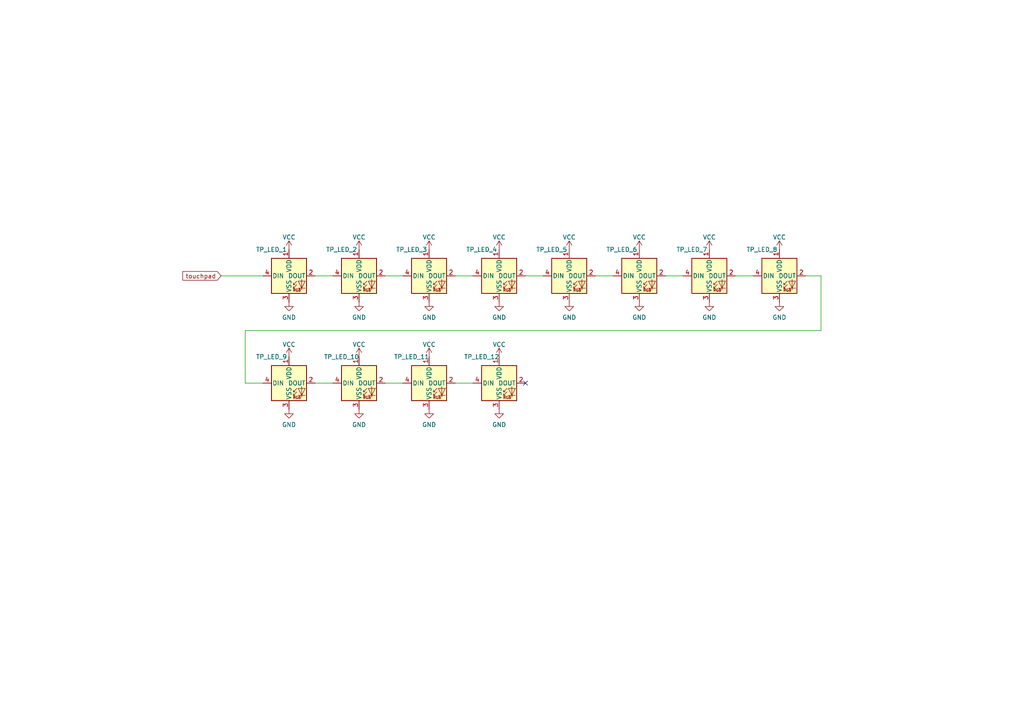
<source format=kicad_sch>
(kicad_sch (version 20211123) (generator eeschema)
  (paper "A4")
  (lib_symbols
    (symbol "LED:WS2812B" (pin_names (offset 0.254))
      (property "Reference" "D" (at 5.08 5.715 0))
      (property "Value" "WS2812B" (at 1.27 -5.715 0))
      (symbol "WS2812B_0_0"
        (text "RGB" (at 2.286 -4.191 0) (effects (font (size 0.762 0.762))))
      )
      (symbol "WS2812B_0_1"
        (polyline (pts (xy 1.27 -3.556) (xy 1.778 -3.556)))
        (polyline (pts (xy 1.27 -2.54) (xy 1.778 -2.54)))
        (polyline (pts (xy 4.699 -3.556) (xy 2.667 -3.556)))
        (polyline (pts (xy 2.286 -2.54) (xy 1.27 -3.556) (xy 1.27 -3.048)))
        (polyline (pts (xy 2.286 -1.524) (xy 1.27 -2.54) (xy 1.27 -2.032)))
        (polyline (pts (xy 3.683 -1.016) (xy 3.683 -3.556) (xy 3.683 -4.064)))
        (polyline (pts (xy 4.699 -1.524) (xy 2.667 -1.524) (xy 3.683 -3.556) (xy 4.699 -1.524)))
        (rectangle (start 5.08 5.08) (end -5.08 -5.08) (stroke (width 0.254)) (fill (type background)))
      )
      (symbol "WS2812B_1_1"
        (pin power_in line (at 0 7.62 270) (length 2.54) (name "VDD") (number "1"))
        (pin output line (at 7.62 0 180) (length 2.54) (name "DOUT") (number "2"))
        (pin power_in line (at 0 -7.62 90) (length 2.54) (name "VSS") (number "3"))
        (pin input line (at -7.62 0 0) (length 2.54) (name "DIN") (number "4"))
      )
    )
    (symbol "power:GND" (power) (pin_names (offset 0))
      (property "Value" "GND" (at 0 -3.81 0))
      (symbol "GND_0_1"
        (polyline (pts (xy 0 0) (xy 0 -1.27) (xy 1.27 -1.27) (xy 0 -2.54) (xy -1.27 -1.27) (xy 0 -1.27)))
      )
      (symbol "GND_1_1"
        (pin power_in line (at 0 0 270) (length 0) hide (name "GND") (number "1"))
      )
    )
    (symbol "power:VCC" (power) (pin_names (offset 0))
      (property "Value" "VCC" (at 0 3.81 0))
      (symbol "VCC_0_1"
        (polyline (pts (xy -0.762 1.27) (xy 0 2.54)))
        (polyline (pts (xy 0 0) (xy 0 2.54)))
        (polyline (pts (xy 0 2.54) (xy 0.762 1.27)))
      )
      (symbol "VCC_1_1"
        (pin power_in line (at 0 0 90) (length 0) hide (name "VCC") (number "1"))
      )
    )
  )
  (no_connect (at 152.4 111.125))
  (wire (pts (xy 193.04 80.01) (xy 198.12 80.01)))
  (wire (pts (xy 71.12 95.885) (xy 71.12 111.125)))
  (wire (pts (xy 172.72 80.01) (xy 177.8 80.01)))
  (wire (pts (xy 91.44 111.125) (xy 96.52 111.125)))
  (wire (pts (xy 132.08 111.125) (xy 137.16 111.125)))
  (wire (pts (xy 132.08 80.01) (xy 137.16 80.01)))
  (wire (pts (xy 238.125 95.885) (xy 71.12 95.885)))
  (wire (pts (xy 111.76 80.01) (xy 116.84 80.01)))
  (wire (pts (xy 71.12 111.125) (xy 76.2 111.125)))
  (wire (pts (xy 91.44 80.01) (xy 96.52 80.01)))
  (wire (pts (xy 233.68 80.01) (xy 238.125 80.01)))
  (wire (pts (xy 213.36 80.01) (xy 218.44 80.01)))
  (wire (pts (xy 152.4 80.01) (xy 157.48 80.01)))
  (wire (pts (xy 111.76 111.125) (xy 116.84 111.125)))
  (wire (pts (xy 64.135 80.01) (xy 76.2 80.01)))
  (wire (pts (xy 238.125 80.01) (xy 238.125 95.885)))
  (global_label "touchpad" (shape input) (at 64.135 80.01 180) (property "Intersheet References" "${INTERSHEET_REFS}" (effects hide)))
  (symbol (lib_id "power:VCC") (at 124.46 72.39 0) (unit 1)
    (property "Reference" "#PWR0234" (effects hide))
  )
  (symbol (lib_id "power:VCC") (at 83.82 72.39 0) (unit 1)
    (property "Reference" "#PWR0232" (effects hide))
  )
  (symbol (lib_id "power:VCC") (at 165.1 72.39 0) (unit 1)
    (property "Reference" "#PWR0236" (effects hide))
  )
  (symbol (lib_id "LED:WS2812B") (at 104.14 80.01 0) (unit 1)
    (property "Reference" "TP_LED_2" (at 99.06 72.39 0))
    (property "Datasheet" "https://cdn-shop.adafruit.com/datasheets/WS2812B.pdf" (effects hide))
  )
  (symbol (lib_id "power:VCC") (at 104.14 72.39 0) (unit 1)
    (property "Reference" "#PWR0233" (effects hide))
  )
  (symbol (lib_id "LED:WS2812B") (at 83.82 80.01 0) (unit 1)
    (property "Reference" "TP_LED_1" (at 78.74 72.39 0))
    (property "Datasheet" "https://cdn-shop.adafruit.com/datasheets/WS2812B.pdf" (effects hide))
  )
  (symbol (lib_id "LED:WS2812B") (at 124.46 80.01 0) (unit 1)
    (property "Reference" "TP_LED_3" (at 119.38 72.39 0))
    (property "Datasheet" "https://cdn-shop.adafruit.com/datasheets/WS2812B.pdf" (effects hide))
  )
  (symbol (lib_id "LED:WS2812B") (at 124.46 111.125 0) (unit 1)
    (property "Reference" "TP_LED_11" (at 119.38 103.505 0))
    (property "Datasheet" "https://cdn-shop.adafruit.com/datasheets/WS2812B.pdf" (effects hide))
  )
  (symbol (lib_id "power:GND") (at 144.78 87.63 0) (unit 1)
    (property "Reference" "#PWR0243" (effects hide))
  )
  (symbol (lib_id "power:GND") (at 185.42 87.63 0) (unit 1)
    (property "Reference" "#PWR0245" (effects hide))
  )
  (symbol (lib_id "LED:WS2812B") (at 144.78 80.01 0) (unit 1)
    (property "Reference" "TP_LED_4" (at 139.7 72.39 0))
    (property "Datasheet" "https://cdn-shop.adafruit.com/datasheets/WS2812B.pdf" (effects hide))
  )
  (symbol (lib_id "power:GND") (at 83.82 118.745 0) (unit 1)
    (property "Reference" "#PWR0252" (effects hide))
  )
  (symbol (lib_id "power:GND") (at 205.74 87.63 0) (unit 1)
    (property "Reference" "#PWR0246" (effects hide))
  )
  (symbol (lib_id "power:GND") (at 104.14 118.745 0) (unit 1)
    (property "Reference" "#PWR0253" (effects hide))
  )
  (symbol (lib_id "LED:WS2812B") (at 144.78 111.125 0) (unit 1)
    (property "Reference" "TP_LED_12" (at 139.7 103.505 0))
    (property "Datasheet" "https://cdn-shop.adafruit.com/datasheets/WS2812B.pdf" (effects hide))
  )
  (symbol (lib_id "power:GND") (at 165.1 87.63 0) (unit 1)
    (property "Reference" "#PWR0244" (effects hide))
  )
  (symbol (lib_id "power:GND") (at 124.46 118.745 0) (unit 1)
    (property "Reference" "#PWR0254" (effects hide))
  )
  (symbol (lib_id "power:VCC") (at 185.42 72.39 0) (unit 1)
    (property "Reference" "#PWR0237" (effects hide))
  )
  (symbol (lib_id "power:VCC") (at 144.78 72.39 0) (unit 1)
    (property "Reference" "#PWR0235" (effects hide))
  )
  (symbol (lib_id "LED:WS2812B") (at 205.74 80.01 0) (unit 1)
    (property "Reference" "TP_LED_7" (at 200.66 72.39 0))
    (property "Datasheet" "https://cdn-shop.adafruit.com/datasheets/WS2812B.pdf" (effects hide))
  )
  (symbol (lib_id "LED:WS2812B") (at 185.42 80.01 0) (unit 1)
    (property "Reference" "TP_LED_6" (at 180.34 72.39 0))
    (property "Datasheet" "https://cdn-shop.adafruit.com/datasheets/WS2812B.pdf" (effects hide))
  )
  (symbol (lib_id "power:GND") (at 83.82 87.63 0) (unit 1)
    (property "Reference" "#PWR0240" (effects hide))
  )
  (symbol (lib_id "LED:WS2812B") (at 165.1 80.01 0) (unit 1)
    (property "Reference" "TP_LED_5" (at 160.02 72.39 0))
    (property "Datasheet" "https://cdn-shop.adafruit.com/datasheets/WS2812B.pdf" (effects hide))
  )
  (symbol (lib_id "power:GND") (at 226.06 87.63 0) (unit 1)
    (property "Reference" "#PWR0247" (effects hide))
  )
  (symbol (lib_id "power:GND") (at 124.46 87.63 0) (unit 1)
    (property "Reference" "#PWR0242" (effects hide))
  )
  (symbol (lib_id "LED:WS2812B") (at 104.14 111.125 0) (unit 1)
    (property "Reference" "TP_LED_10" (at 99.06 103.505 0))
    (property "Datasheet" "https://cdn-shop.adafruit.com/datasheets/WS2812B.pdf" (effects hide))
  )
  (symbol (lib_id "LED:WS2812B") (at 83.82 111.125 0) (unit 1)
    (property "Reference" "TP_LED_9" (at 78.74 103.505 0))
    (property "Datasheet" "https://cdn-shop.adafruit.com/datasheets/WS2812B.pdf" (effects hide))
  )
  (symbol (lib_id "LED:WS2812B") (at 226.06 80.01 0) (unit 1)
    (property "Reference" "TP_LED_8" (at 220.98 72.39 0))
    (property "Datasheet" "https://cdn-shop.adafruit.com/datasheets/WS2812B.pdf" (effects hide))
  )
  (symbol (lib_id "power:VCC") (at 124.46 103.505 0) (unit 1)
    (property "Reference" "#PWR0250" (effects hide))
  )
  (symbol (lib_id "power:VCC") (at 144.78 103.505 0) (unit 1)
    (property "Reference" "#PWR0251" (effects hide))
  )
  (symbol (lib_id "power:VCC") (at 205.74 72.39 0) (unit 1)
    (property "Reference" "#PWR0238" (effects hide))
  )
  (symbol (lib_id "power:VCC") (at 104.14 103.505 0) (unit 1)
    (property "Reference" "#PWR0249" (effects hide))
  )
  (symbol (lib_id "power:GND") (at 144.78 118.745 0) (unit 1)
    (property "Reference" "#PWR0255" (effects hide))
  )
  (symbol (lib_id "power:VCC") (at 226.06 72.39 0) (unit 1)
    (property "Reference" "#PWR0239" (effects hide))
  )
  (symbol (lib_id "power:VCC") (at 83.82 103.505 0) (unit 1)
    (property "Reference" "#PWR0248" (effects hide))
  )
  (symbol (lib_id "power:GND") (at 104.14 87.63 0) (unit 1)
    (property "Reference" "#PWR0241" (effects hide))
  )
)
</source>
